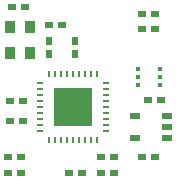
<source format=gtp>
G04 (created by PCBNEW (25-Oct-2014 BZR 4029)-stable) date Mon 27 Apr 2015 22:20:08 CEST*
%MOIN*%
G04 Gerber Fmt 3.4, Leading zero omitted, Abs format*
%FSLAX34Y34*%
G01*
G70*
G90*
G04 APERTURE LIST*
%ADD10C,0.00590551*%
%ADD11R,0.0252X0.022*%
%ADD12R,0.022X0.0252*%
%ADD13R,0.0376X0.044*%
%ADD14R,0.01576X0.01256*%
%ADD15R,0.03776X0.01952*%
%ADD16R,0.0236X0.00944*%
%ADD17R,0.00944X0.0236*%
%ADD18R,0.12912X0.12912*%
G04 APERTURE END LIST*
G54D10*
G54D11*
X-2028Y2203D03*
X-2460Y2203D03*
X-3838Y-2717D03*
X-3406Y-2717D03*
X-1364Y-2740D03*
X-1796Y-2740D03*
X827Y-295D03*
X1259Y-295D03*
X1053Y2087D03*
X621Y2087D03*
X1043Y-2205D03*
X611Y-2205D03*
X-315Y-2736D03*
X-747Y-2736D03*
X-3700Y2795D03*
X-3268Y2795D03*
X-3779Y-984D03*
X-3347Y-984D03*
G54D12*
X-1614Y1239D03*
X-1614Y1671D03*
G54D11*
X1053Y2579D03*
X621Y2579D03*
X-747Y-2185D03*
X-315Y-2185D03*
G54D12*
X-2480Y1239D03*
X-2480Y1671D03*
G54D11*
X-3838Y-2206D03*
X-3406Y-2206D03*
X-3347Y-335D03*
X-3779Y-335D03*
G54D13*
X-3780Y2146D03*
X-3110Y2146D03*
X-3110Y1280D03*
X-3780Y1280D03*
G54D14*
X492Y728D03*
X492Y472D03*
X492Y216D03*
X1240Y216D03*
X1240Y472D03*
X1240Y728D03*
G54D15*
X1444Y-1575D03*
X1444Y-1201D03*
X1444Y-827D03*
X406Y-827D03*
X406Y-1575D03*
G54D16*
X-2766Y257D03*
X-2766Y60D03*
X-2766Y-137D03*
X-2766Y-334D03*
X-2766Y-531D03*
X-2766Y-728D03*
X-2766Y-925D03*
X-2766Y-1122D03*
X-2766Y-1319D03*
G54D17*
X-2461Y-1624D03*
X-2264Y-1624D03*
X-2067Y-1624D03*
X-1870Y-1624D03*
X-1673Y-1624D03*
X-1476Y-1624D03*
X-1279Y-1624D03*
X-1082Y-1624D03*
X-885Y-1624D03*
G54D16*
X-580Y-1319D03*
X-580Y-1122D03*
X-580Y-925D03*
X-580Y-728D03*
X-580Y-531D03*
X-580Y-334D03*
X-580Y-137D03*
X-580Y60D03*
X-580Y257D03*
G54D17*
X-885Y562D03*
X-1082Y562D03*
X-1279Y562D03*
X-1476Y562D03*
X-1673Y562D03*
X-1870Y562D03*
X-2067Y562D03*
X-2264Y562D03*
X-2461Y562D03*
G54D18*
X-1673Y-531D03*
G54D16*
X-2766Y257D03*
X-2766Y60D03*
X-2766Y-137D03*
X-2766Y-334D03*
X-2766Y-531D03*
X-2766Y-728D03*
X-2766Y-925D03*
X-2766Y-1122D03*
X-2766Y-1319D03*
G54D17*
X-2461Y-1624D03*
X-2264Y-1624D03*
X-2067Y-1624D03*
X-1870Y-1624D03*
X-1673Y-1624D03*
X-1476Y-1624D03*
X-1279Y-1624D03*
X-1082Y-1624D03*
X-885Y-1624D03*
G54D16*
X-580Y-1319D03*
X-580Y-1122D03*
X-580Y-925D03*
X-580Y-728D03*
X-580Y-531D03*
X-580Y-334D03*
X-580Y-137D03*
X-580Y60D03*
X-580Y257D03*
G54D17*
X-885Y562D03*
X-1082Y562D03*
X-1279Y562D03*
X-1476Y562D03*
X-1673Y562D03*
X-1870Y562D03*
X-2067Y562D03*
X-2264Y562D03*
X-2461Y562D03*
G54D18*
X-1673Y-531D03*
G54D15*
X1444Y-1575D03*
X1444Y-1201D03*
X1444Y-827D03*
X406Y-827D03*
X406Y-1575D03*
G54D14*
X492Y728D03*
X492Y472D03*
X492Y216D03*
X1240Y216D03*
X1240Y472D03*
X1240Y728D03*
G54D13*
X-3780Y2146D03*
X-3110Y2146D03*
X-3110Y1280D03*
X-3780Y1280D03*
G54D11*
X-3347Y-335D03*
X-3779Y-335D03*
X-3838Y-2206D03*
X-3406Y-2206D03*
G54D12*
X-2480Y1239D03*
X-2480Y1671D03*
G54D11*
X-747Y-2185D03*
X-315Y-2185D03*
X1053Y2579D03*
X621Y2579D03*
G54D12*
X-1614Y1239D03*
X-1614Y1671D03*
G54D11*
X-3779Y-984D03*
X-3347Y-984D03*
X-3700Y2795D03*
X-3268Y2795D03*
X-315Y-2736D03*
X-747Y-2736D03*
X1043Y-2205D03*
X611Y-2205D03*
X1053Y2087D03*
X621Y2087D03*
X827Y-295D03*
X1259Y-295D03*
X-1364Y-2740D03*
X-1796Y-2740D03*
X-3838Y-2717D03*
X-3406Y-2717D03*
X-2028Y2203D03*
X-2460Y2203D03*
M02*

</source>
